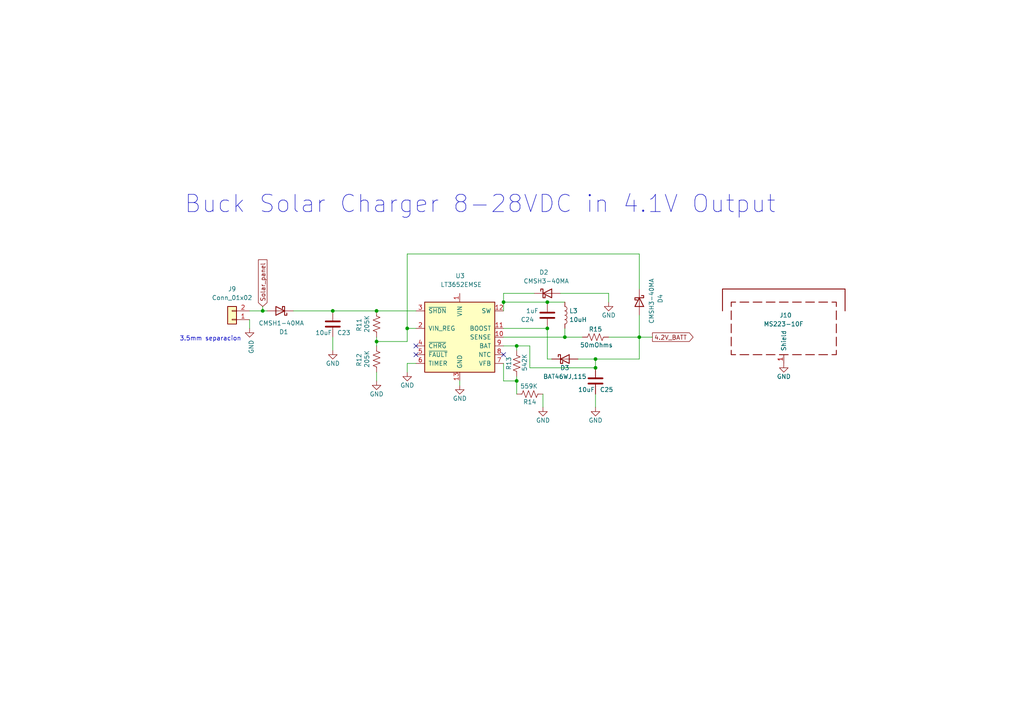
<source format=kicad_sch>
(kicad_sch (version 20211123) (generator eeschema)
  (paper "A4")
  (lib_symbols
    (symbol "Battery_Management:LT3652EMSE" (pin_names (offset 1.016))
      (property "Reference" "U" (at -8.382 11.43 0))
      (property "Value" "LT3652EMSE" (at 1.778 11.684 0))
      (symbol "LT3652EMSE_0_1"
        (rectangle (start -10.16 10.16) (end 10.16 -10.16) (stroke (width 0.254)) (fill (type background)))
      )
      (symbol "LT3652EMSE_1_1"
        (pin power_in line (at 0 12.7 270) (length 2.54) (name "VIN") (number "1"))
        (pin input line (at 12.7 0 180) (length 2.54) (name "SENSE") (number "10"))
        (pin input line (at 12.7 2.54 180) (length 2.54) (name "BOOST") (number "11"))
        (pin output line (at 12.7 7.62 180) (length 2.54) (name "SW") (number "12"))
        (pin power_in line (at 0 -12.7 90) (length 2.54) (name "GND") (number "13"))
        (pin input line (at -12.7 2.54 0) (length 2.54) (name "VIN_REG") (number "2"))
        (pin input line (at -12.7 7.62 0) (length 2.54) (name "~{SHDN}") (number "3"))
        (pin open_collector line (at -12.7 -2.54 0) (length 2.54) (name "~{CHRG}") (number "4"))
        (pin open_collector line (at -12.7 -5.08 0) (length 2.54) (name "~{FAULT}") (number "5"))
        (pin output line (at -12.7 -7.62 0) (length 2.54) (name "TIMER") (number "6"))
        (pin input line (at 12.7 -7.62 180) (length 2.54) (name "VFB") (number "7"))
        (pin input line (at 12.7 -5.08 180) (length 2.54) (name "NTC") (number "8"))
        (pin output line (at 12.7 -2.54 180) (length 2.54) (name "BAT") (number "9"))
      )
    )
    (symbol "Connector_Generic:Conn_01x02" (pin_names (offset 1.016) hide)
      (property "Reference" "J" (at 0 2.54 0))
      (property "Value" "Conn_01x02" (at 0 -5.08 0))
      (symbol "Conn_01x02_1_1"
        (rectangle (start -1.27 -2.413) (end 0 -2.667) (stroke (width 0.1524)))
        (rectangle (start -1.27 0.127) (end 0 -0.127) (stroke (width 0.1524)))
        (rectangle (start -1.27 1.27) (end 1.27 -3.81) (stroke (width 0.254)) (fill (type background)))
        (pin passive line (at -5.08 0 0) (length 3.81) (name "Pin_1") (number "1"))
        (pin passive line (at -5.08 -2.54 0) (length 3.81) (name "Pin_2") (number "2"))
      )
    )
    (symbol "Device:C" (pin_numbers hide) (pin_names (offset 0.254))
      (property "Reference" "C" (at 0.635 2.54 0))
      (property "Value" "C" (at 0.635 -2.54 0))
      (symbol "C_0_1"
        (polyline (pts (xy -2.032 -0.762) (xy 2.032 -0.762)) (stroke (width 0.508)))
        (polyline (pts (xy -2.032 0.762) (xy 2.032 0.762)) (stroke (width 0.508)))
      )
      (symbol "C_1_1"
        (pin passive line (at 0 3.81 270) (length 2.794) (name "~") (number "1"))
        (pin passive line (at 0 -3.81 90) (length 2.794) (name "~") (number "2"))
      )
    )
    (symbol "Device:D_Schottky" (pin_numbers hide) (pin_names (offset 1.016) hide)
      (property "Reference" "D" (at 0 2.54 0))
      (property "Value" "D_Schottky" (at 0 -2.54 0))
      (symbol "D_Schottky_0_1"
        (polyline (pts (xy 1.27 0) (xy -1.27 0)))
        (polyline (pts (xy 1.27 1.27) (xy 1.27 -1.27) (xy -1.27 0) (xy 1.27 1.27)) (stroke (width 0.254)))
        (polyline (pts (xy -1.905 0.635) (xy -1.905 1.27) (xy -1.27 1.27) (xy -1.27 -1.27) (xy -0.635 -1.27) (xy -0.635 -0.635)) (stroke (width 0.254)))
      )
      (symbol "D_Schottky_1_1"
        (pin passive line (at -3.81 0 0) (length 2.54) (name "K") (number "1"))
        (pin passive line (at 3.81 0 180) (length 2.54) (name "A") (number "2"))
      )
    )
    (symbol "Device:L" (pin_numbers hide) (pin_names (offset 1.016) hide)
      (property "Reference" "L" (at -1.27 0 90))
      (property "Value" "L" (at 1.905 0 90))
      (symbol "L_0_1"
        (arc (start 0 -2.54) (mid 0.635 -1.905) (end 0 -1.27))
        (arc (start 0 -1.27) (mid 0.635 -0.635) (end 0 0))
        (arc (start 0 0) (mid 0.635 0.635) (end 0 1.27))
        (arc (start 0 1.27) (mid 0.635 1.905) (end 0 2.54))
      )
      (symbol "L_1_1"
        (pin passive line (at 0 3.81 270) (length 1.27) (name "1") (number "1"))
        (pin passive line (at 0 -3.81 90) (length 1.27) (name "2") (number "2"))
      )
    )
    (symbol "Device:RFShield_TwoPieces" (pin_names (offset 1.016))
      (property "Reference" "J" (at 0 5.08 0))
      (property "Value" "RFShield_TwoPieces" (at 0 2.54 0))
      (symbol "RFShield_TwoPieces_0_1"
        (polyline (pts (xy -15.24 -5.08) (xy -15.24 -2.54)) (stroke (width 0.254)))
        (polyline (pts (xy -15.24 -1.27) (xy -15.24 1.27)) (stroke (width 0.254)))
        (polyline (pts (xy -15.24 2.54) (xy -15.24 5.08)) (stroke (width 0.254)))
        (polyline (pts (xy -12.7 7.62) (xy -10.16 7.62)) (stroke (width 0.254)))
        (polyline (pts (xy -10.16 -7.62) (xy -12.7 -7.62)) (stroke (width 0.254)))
        (polyline (pts (xy -6.35 -7.62) (xy -8.89 -7.62)) (stroke (width 0.254)))
        (polyline (pts (xy -6.35 7.62) (xy -8.89 7.62)) (stroke (width 0.254)))
        (polyline (pts (xy -2.54 -7.62) (xy -5.08 -7.62)) (stroke (width 0.254)))
        (polyline (pts (xy -2.54 7.62) (xy -5.08 7.62)) (stroke (width 0.254)))
        (polyline (pts (xy -1.27 -7.62) (xy 1.27 -7.62)) (stroke (width 0.254)))
        (polyline (pts (xy 1.27 7.62) (xy -1.27 7.62)) (stroke (width 0.254)))
        (polyline (pts (xy 2.54 -7.62) (xy 5.08 -7.62)) (stroke (width 0.254)))
        (polyline (pts (xy 5.08 7.62) (xy 2.54 7.62)) (stroke (width 0.254)))
        (polyline (pts (xy 6.35 -7.62) (xy 8.89 -7.62)) (stroke (width 0.254)))
        (polyline (pts (xy 8.89 7.62) (xy 6.35 7.62)) (stroke (width 0.254)))
        (polyline (pts (xy 10.16 -7.62) (xy 12.7 -7.62)) (stroke (width 0.254)))
        (polyline (pts (xy 12.7 7.62) (xy 10.16 7.62)) (stroke (width 0.254)))
        (polyline (pts (xy 15.24 -5.08) (xy 15.24 -2.54)) (stroke (width 0.254)))
        (polyline (pts (xy 15.24 -1.27) (xy 15.24 1.27)) (stroke (width 0.254)))
        (polyline (pts (xy 15.24 2.54) (xy 15.24 5.08)) (stroke (width 0.254)))
        (polyline (pts (xy -15.24 6.35) (xy -15.24 7.62) (xy -13.97 7.62)) (stroke (width 0.254)))
        (polyline (pts (xy -13.97 -7.62) (xy -15.24 -7.62) (xy -15.24 -6.35)) (stroke (width 0.254)))
        (polyline (pts (xy 13.97 -7.62) (xy 15.24 -7.62) (xy 15.24 -6.35)) (stroke (width 0.254)))
        (polyline (pts (xy 15.24 6.35) (xy 15.24 7.62) (xy 13.97 7.62)) (stroke (width 0.254)))
        (polyline (pts (xy -17.78 5.08) (xy -17.78 11.43) (xy 17.78 11.43) (xy 17.78 5.08)) (stroke (width 0.254)))
      )
      (symbol "RFShield_TwoPieces_1_1"
        (pin passive line (at 0 -10.16 90) (length 2.54) (name "Shield") (number "1"))
      )
    )
    (symbol "Device:R_US" (pin_numbers hide) (pin_names (offset 0))
      (property "Reference" "R" (at 2.54 0 90))
      (property "Value" "R_US" (at -2.54 0 90))
      (symbol "R_US_0_1"
        (polyline (pts (xy 0 -2.286) (xy 0 -2.54)))
        (polyline (pts (xy 0 2.286) (xy 0 2.54)))
        (polyline (pts (xy 0 -0.762) (xy 1.016 -1.143) (xy 0 -1.524) (xy -1.016 -1.905) (xy 0 -2.286)))
        (polyline (pts (xy 0 0.762) (xy 1.016 0.381) (xy 0 0) (xy -1.016 -0.381) (xy 0 -0.762)))
        (polyline (pts (xy 0 2.286) (xy 1.016 1.905) (xy 0 1.524) (xy -1.016 1.143) (xy 0 0.762)))
      )
      (symbol "R_US_1_1"
        (pin passive line (at 0 3.81 270) (length 1.27) (name "~") (number "1"))
        (pin passive line (at 0 -3.81 90) (length 1.27) (name "~") (number "2"))
      )
    )
    (symbol "Diode:BAT46" (pin_numbers hide) (pin_names (offset 1.016) hide)
      (property "Reference" "D" (at 0 2.54 0))
      (property "Value" "BAT46" (at 0 -2.54 0))
      (symbol "BAT46_0_1"
        (polyline (pts (xy 1.27 0) (xy -1.27 0)))
        (polyline (pts (xy 1.27 1.27) (xy 1.27 -1.27) (xy -1.27 0) (xy 1.27 1.27)) (stroke (width 0.254)))
        (polyline (pts (xy -1.905 0.635) (xy -1.905 1.27) (xy -1.27 1.27) (xy -1.27 -1.27) (xy -0.635 -1.27) (xy -0.635 -0.635)) (stroke (width 0.254)))
      )
      (symbol "BAT46_1_1"
        (pin passive line (at -3.81 0 0) (length 2.54) (name "K") (number "1"))
        (pin passive line (at 3.81 0 180) (length 2.54) (name "A") (number "2"))
      )
    )
    (symbol "power:GND" (power) (pin_names (offset 0))
      (property "Value" "GND" (at 0 -3.81 0))
      (symbol "GND_0_1"
        (polyline (pts (xy 0 0) (xy 0 -1.27) (xy 1.27 -1.27) (xy 0 -2.54) (xy -1.27 -1.27) (xy 0 -1.27)))
      )
      (symbol "GND_1_1"
        (pin power_in line (at 0 0 270) (length 0) hide (name "GND") (number "1"))
      )
    )
  )
  (junction (at 172.72 104.14))
  (junction (at 146.05 87.63))
  (junction (at 185.42 97.79))
  (junction (at 149.86 110.49))
  (junction (at 158.75 87.63))
  (junction (at 118.11 95.25))
  (junction (at 158.75 95.25))
  (junction (at 163.83 97.79))
  (junction (at 109.22 90.17))
  (junction (at 76.2 90.17))
  (junction (at 96.52 90.17))
  (junction (at 172.72 106.68))
  (junction (at 149.86 100.33))
  (junction (at 109.22 99.06))
  (no_connect (at 120.65 100.33))
  (no_connect (at 146.05 102.87))
  (no_connect (at 120.65 102.87))
  (wire (pts (xy 185.42 104.14) (xy 185.42 97.79)))
  (wire (pts (xy 158.75 95.25) (xy 158.75 104.14)))
  (wire (pts (xy 72.39 90.17) (xy 76.2 90.17)))
  (wire (pts (xy 146.05 100.33) (xy 149.86 100.33)))
  (wire (pts (xy 167.64 104.14) (xy 172.72 104.14)))
  (wire (pts (xy 118.11 95.25) (xy 118.11 73.66)))
  (wire (pts (xy 160.02 104.14) (xy 158.75 104.14)))
  (wire (pts (xy 185.42 73.66) (xy 185.42 83.82)))
  (wire (pts (xy 185.42 97.79) (xy 189.23 97.79)))
  (wire (pts (xy 76.2 88.9) (xy 76.2 90.17)))
  (wire (pts (xy 153.67 100.33) (xy 153.67 106.68)))
  (wire (pts (xy 109.22 99.06) (xy 109.22 100.33)))
  (wire (pts (xy 120.65 105.41) (xy 118.11 105.41)))
  (wire (pts (xy 146.05 95.25) (xy 158.75 95.25)))
  (wire (pts (xy 158.75 87.63) (xy 163.83 87.63)))
  (wire (pts (xy 118.11 95.25) (xy 120.65 95.25)))
  (wire (pts (xy 157.48 114.3) (xy 157.48 118.11)))
  (wire (pts (xy 133.35 110.49) (xy 133.35 111.76)))
  (wire (pts (xy 163.83 95.25) (xy 163.83 97.79)))
  (wire (pts (xy 146.05 85.09) (xy 146.05 87.63)))
  (wire (pts (xy 118.11 105.41) (xy 118.11 107.95)))
  (wire (pts (xy 118.11 73.66) (xy 185.42 73.66)))
  (wire (pts (xy 149.86 100.33) (xy 149.86 101.6)))
  (wire (pts (xy 149.86 110.49) (xy 149.86 114.3)))
  (wire (pts (xy 118.11 95.25) (xy 118.11 99.06)))
  (wire (pts (xy 109.22 107.95) (xy 109.22 110.49)))
  (wire (pts (xy 96.52 90.17) (xy 109.22 90.17)))
  (wire (pts (xy 172.72 104.14) (xy 172.72 106.68)))
  (wire (pts (xy 85.09 90.17) (xy 96.52 90.17)))
  (wire (pts (xy 176.53 85.09) (xy 176.53 87.63)))
  (wire (pts (xy 149.86 109.22) (xy 149.86 110.49)))
  (wire (pts (xy 176.53 97.79) (xy 185.42 97.79)))
  (wire (pts (xy 146.05 105.41) (xy 146.05 110.49)))
  (wire (pts (xy 72.39 92.71) (xy 72.39 95.25)))
  (wire (pts (xy 109.22 90.17) (xy 120.65 90.17)))
  (wire (pts (xy 172.72 114.3) (xy 172.72 118.11)))
  (wire (pts (xy 96.52 97.79) (xy 96.52 101.6)))
  (wire (pts (xy 146.05 110.49) (xy 149.86 110.49)))
  (wire (pts (xy 162.56 85.09) (xy 176.53 85.09)))
  (wire (pts (xy 163.83 97.79) (xy 168.91 97.79)))
  (wire (pts (xy 172.72 104.14) (xy 185.42 104.14)))
  (wire (pts (xy 146.05 97.79) (xy 163.83 97.79)))
  (wire (pts (xy 154.94 85.09) (xy 146.05 85.09)))
  (wire (pts (xy 118.11 99.06) (xy 109.22 99.06)))
  (wire (pts (xy 76.2 90.17) (xy 77.47 90.17)))
  (wire (pts (xy 109.22 97.79) (xy 109.22 99.06)))
  (wire (pts (xy 185.42 97.79) (xy 185.42 91.44)))
  (wire (pts (xy 153.67 106.68) (xy 172.72 106.68)))
  (wire (pts (xy 149.86 100.33) (xy 153.67 100.33)))
  (wire (pts (xy 146.05 87.63) (xy 158.75 87.63)))
  (wire (pts (xy 146.05 87.63) (xy 146.05 90.17)))
  (text "Buck Solar Charger 8-28VDC in 4.1V Output" (at 53.34 62.23 0) (effects (font (size 5 5)) (justify left bottom)))
  (text "3.5mm separacion" (at 52.07 99.06 0) (effects (font (size 1.27 1.27)) (justify left bottom)))
  (global_label "Solar_panel" (shape input) (at 76.2 88.9 90) (property "Intersheet References" "${INTERSHEET_REFS}" (effects hide)))
  (global_label "4.2V_BATT" (shape output) (at 189.23 97.79 0) (property "Intersheet References" "${INTERSHEET_REFS}" (effects hide)))
  (symbol (lib_id "Diode:BAT46") (at 163.83 104.14 0) (unit 1)
    (property "Reference" "D3" (at 163.83 106.68 0))
    (property "Value" "BAT46WJ,115" (at 163.83 109.22 0))
    (property "Footprint" "Diode_SMD:D_SOD-323F" (effects hide))
    (property "Datasheet" "http://www.vishay.com/docs/85662/bat46.pdf" (effects hide))
  )
  (symbol (lib_id "power:GND") (at 96.52 101.6 0) (unit 1)
    (property "Reference" "#PWR027" (effects hide))
    (property "Value" "GND" (at 94.488 105.41 0) (effects (justify left)))
  )
  (symbol (lib_id "power:GND") (at 133.35 111.76 0) (unit 1)
    (property "Reference" "#PWR030" (effects hide))
    (property "Value" "GND" (at 131.318 115.57 0) (effects (justify left)))
  )
  (symbol (lib_id "power:GND") (at 118.11 107.95 0) (unit 1)
    (property "Reference" "#PWR029" (effects hide))
    (property "Value" "GND" (at 116.078 111.76 0) (effects (justify left)))
  )
  (symbol (lib_id "Device:C") (at 158.75 91.44 180) (unit 1)
    (property "Reference" "C24" (at 154.94 92.71 0) (effects (justify left)))
    (property "Value" "1uF" (at 156.21 90.17 0) (effects (justify left)))
    (property "Footprint" "Capacitor_SMD:C_0805_2012Metric" (effects hide))
  )
  (symbol (lib_id "power:GND") (at 72.39 95.25 0) (unit 1)
    (property "Reference" "#PWR026" (effects hide))
    (property "Value" "GND" (at 72.898 98.552 90) (effects (justify right)))
  )
  (symbol (lib_id "power:GND") (at 172.72 118.11 0) (unit 1)
    (property "Reference" "#PWR032" (effects hide))
    (property "Value" "GND" (at 170.688 121.92 0) (effects (justify left)))
  )
  (symbol (lib_id "Device:R_US") (at 153.67 114.3 90) (unit 1)
    (property "Reference" "R14" (at 153.67 116.586 90))
    (property "Value" "559K" (at 153.416 112.014 90))
    (property "Footprint" "Resistor_SMD:R_0805_2012Metric" (effects hide))
  )
  (symbol (lib_id "Device:C") (at 172.72 110.49 0) (unit 1)
    (property "Reference" "C25" (at 173.99 113.03 0) (effects (justify left)))
    (property "Value" "10uF" (at 167.64 113.03 0) (effects (justify left)))
    (property "Footprint" "Capacitor_SMD:C_0805_2012Metric" (effects hide))
  )
  (symbol (lib_id "Device:L") (at 163.83 91.44 0) (unit 1)
    (property "Reference" "L3" (at 165.1 90.1699 0) (effects (justify left)))
    (property "Value" "10uH" (at 165.1 92.7099 0) (effects (justify left)))
    (property "Footprint" "Inductor_SMD:L_Vishay_IHLP-2525" (effects hide))
  )
  (symbol (lib_id "Device:R_US") (at 172.72 97.79 270) (unit 1)
    (property "Reference" "R15" (at 172.72 95.504 90))
    (property "Value" "50mOhms" (at 172.974 100.076 90))
    (property "Footprint" "Resistor_SMD:R_0805_2012Metric" (effects hide))
  )
  (symbol (lib_id "Device:R_US") (at 109.22 104.14 180) (unit 1)
    (property "Reference" "R12" (at 104.14 104.394 90))
    (property "Value" "205K" (at 106.426 104.14 90))
    (property "Footprint" "Resistor_SMD:R_0805_2012Metric" (effects hide))
  )
  (symbol (lib_id "power:GND") (at 227.33 105.41 0) (unit 1)
    (property "Reference" "#PWR?" (effects hide))
    (property "Value" "GND" (at 225.298 109.22 0) (effects (justify left)))
  )
  (symbol (lib_id "Device:R_US") (at 109.22 93.98 180) (unit 1)
    (property "Reference" "R11" (at 104.14 94.234 90))
    (property "Value" "205K" (at 106.426 93.98 90))
    (property "Footprint" "Resistor_SMD:R_0805_2012Metric" (effects hide))
  )
  (symbol (lib_id "power:GND") (at 176.53 87.63 0) (unit 1)
    (property "Reference" "#PWR033" (effects hide))
    (property "Value" "GND" (at 174.498 91.44 0) (effects (justify left)))
  )
  (symbol (lib_id "Battery_Management:LT3652EMSE") (at 133.35 97.79 0) (unit 1)
    (property "Reference" "U3" (at 132.08 80.01 0) (effects (justify left)))
    (property "Value" "LT3652EMSE" (at 127.7494 82.55 0) (effects (justify left)))
    (property "Footprint" "Package_SO:MSOP-12-1EP_3x4mm_P0.65mm_EP1.65x2.85mm" (effects hide))
    (property "Datasheet" "https://www.analog.com/media/en/technical-documentation/data-sheets/3652fe.pdf" (effects hide))
  )
  (symbol (lib_id "Device:D_Schottky") (at 81.28 90.17 180) (unit 1)
    (property "Reference" "D1" (at 82.296 96.266 0))
    (property "Value" "CMSH1-40MA" (at 81.5975 93.726 0))
    (property "Footprint" "Diode_SMD:D_SOD-128" (effects hide))
  )
  (symbol (lib_id "Device:D_Schottky") (at 185.42 87.63 270) (unit 1)
    (property "Reference" "D4" (at 191.516 86.614 0))
    (property "Value" "CMSH3-40MA" (at 188.976 87.3125 0))
    (property "Footprint" "Diode_SMD:D_SOD-128" (effects hide))
  )
  (symbol (lib_id "power:GND") (at 109.22 110.49 0) (unit 1)
    (property "Reference" "#PWR028" (effects hide))
    (property "Value" "GND" (at 107.188 114.3 0) (effects (justify left)))
  )
  (symbol (lib_id "Device:R_US") (at 149.86 105.41 0) (unit 1)
    (property "Reference" "R13" (at 147.574 105.41 90))
    (property "Value" "542K" (at 152.146 105.156 90))
    (property "Footprint" "Resistor_SMD:R_0805_2012Metric" (effects hide))
  )
  (symbol (lib_id "Device:C") (at 96.52 93.98 0) (unit 1)
    (property "Reference" "C23" (at 97.79 96.52 0) (effects (justify left)))
    (property "Value" "10uF" (at 91.44 96.52 0) (effects (justify left)))
    (property "Footprint" "Capacitor_SMD:C_0805_2012Metric" (effects hide))
  )
  (symbol (lib_id "Device:RFShield_TwoPieces") (at 227.33 95.25 0) (unit 1)
    (property "Reference" "J10" (at 226.06 91.44 0) (effects (justify left)))
    (property "Value" "MS223-10F" (at 221.488 93.98 0) (effects (justify left)))
    (property "Footprint" "RF_Shielding:Wuerth_36103255_25x25mm" (effects hide))
  )
  (symbol (lib_id "power:GND") (at 157.48 118.11 0) (unit 1)
    (property "Reference" "#PWR031" (effects hide))
    (property "Value" "GND" (at 155.448 121.92 0) (effects (justify left)))
  )
  (symbol (lib_id "Device:D_Schottky") (at 158.75 85.09 0) (unit 1)
    (property "Reference" "D2" (at 157.734 78.994 0))
    (property "Value" "CMSH3-40MA" (at 158.4325 81.534 0))
    (property "Footprint" "Diode_SMD:D_SOD-128" (effects hide))
  )
  (symbol (lib_id "Connector_Generic:Conn_01x02") (at 67.31 92.71 180) (unit 1)
    (property "Reference" "J9" (at 67.31 83.82 0))
    (property "Value" "Conn_01x02" (at 67.31 86.36 0))
    (property "Footprint" "TerminalBlock_Phoenix:TerminalBlock_Phoenix_PT-1,5-2-3.5-H_1x02_P3.50mm_Horizontal" (effects hide))
  )
)
</source>
